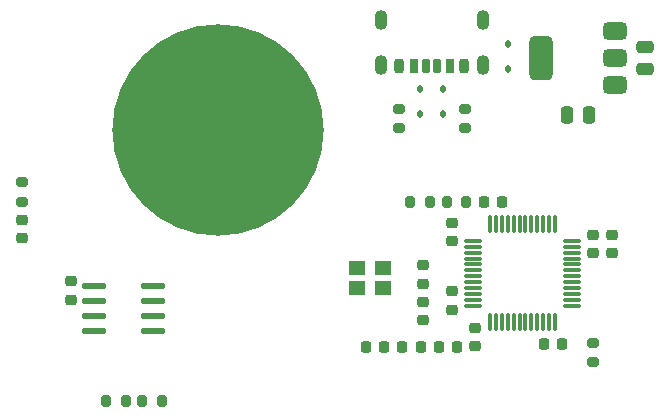
<source format=gbr>
%TF.GenerationSoftware,KiCad,Pcbnew,8.0.3*%
%TF.CreationDate,2024-06-07T01:40:52+12:00*%
%TF.ProjectId,microcontroller,6d696372-6f63-46f6-9e74-726f6c6c6572,0.1.2*%
%TF.SameCoordinates,Original*%
%TF.FileFunction,Paste,Top*%
%TF.FilePolarity,Positive*%
%FSLAX46Y46*%
G04 Gerber Fmt 4.6, Leading zero omitted, Abs format (unit mm)*
G04 Created by KiCad (PCBNEW 8.0.3) date 2024-06-07 01:40:52*
%MOMM*%
%LPD*%
G01*
G04 APERTURE LIST*
G04 Aperture macros list*
%AMRoundRect*
0 Rectangle with rounded corners*
0 $1 Rounding radius*
0 $2 $3 $4 $5 $6 $7 $8 $9 X,Y pos of 4 corners*
0 Add a 4 corners polygon primitive as box body*
4,1,4,$2,$3,$4,$5,$6,$7,$8,$9,$2,$3,0*
0 Add four circle primitives for the rounded corners*
1,1,$1+$1,$2,$3*
1,1,$1+$1,$4,$5*
1,1,$1+$1,$6,$7*
1,1,$1+$1,$8,$9*
0 Add four rect primitives between the rounded corners*
20,1,$1+$1,$2,$3,$4,$5,0*
20,1,$1+$1,$4,$5,$6,$7,0*
20,1,$1+$1,$6,$7,$8,$9,0*
20,1,$1+$1,$8,$9,$2,$3,0*%
G04 Aperture macros list end*
%ADD10RoundRect,0.250000X-0.475000X0.250000X-0.475000X-0.250000X0.475000X-0.250000X0.475000X0.250000X0*%
%ADD11RoundRect,0.079500X-0.910500X-0.185500X0.910500X-0.185500X0.910500X0.185500X-0.910500X0.185500X0*%
%ADD12RoundRect,0.175000X0.175000X0.425000X-0.175000X0.425000X-0.175000X-0.425000X0.175000X-0.425000X0*%
%ADD13RoundRect,0.190000X-0.190000X-0.410000X0.190000X-0.410000X0.190000X0.410000X-0.190000X0.410000X0*%
%ADD14RoundRect,0.200000X-0.200000X-0.400000X0.200000X-0.400000X0.200000X0.400000X-0.200000X0.400000X0*%
%ADD15RoundRect,0.175000X-0.175000X-0.425000X0.175000X-0.425000X0.175000X0.425000X-0.175000X0.425000X0*%
%ADD16RoundRect,0.190000X0.190000X0.410000X-0.190000X0.410000X-0.190000X-0.410000X0.190000X-0.410000X0*%
%ADD17RoundRect,0.200000X0.200000X0.400000X-0.200000X0.400000X-0.200000X-0.400000X0.200000X-0.400000X0*%
%ADD18O,1.100000X1.700000*%
%ADD19RoundRect,0.225000X0.250000X-0.225000X0.250000X0.225000X-0.250000X0.225000X-0.250000X-0.225000X0*%
%ADD20RoundRect,0.200000X0.200000X0.275000X-0.200000X0.275000X-0.200000X-0.275000X0.200000X-0.275000X0*%
%ADD21RoundRect,0.112500X-0.112500X0.187500X-0.112500X-0.187500X0.112500X-0.187500X0.112500X0.187500X0*%
%ADD22RoundRect,0.218750X-0.256250X0.218750X-0.256250X-0.218750X0.256250X-0.218750X0.256250X0.218750X0*%
%ADD23RoundRect,0.250000X-0.250000X-0.475000X0.250000X-0.475000X0.250000X0.475000X-0.250000X0.475000X0*%
%ADD24RoundRect,0.200000X-0.200000X-0.275000X0.200000X-0.275000X0.200000X0.275000X-0.200000X0.275000X0*%
%ADD25RoundRect,0.225000X-0.250000X0.225000X-0.250000X-0.225000X0.250000X-0.225000X0.250000X0.225000X0*%
%ADD26RoundRect,0.200000X0.275000X-0.200000X0.275000X0.200000X-0.275000X0.200000X-0.275000X-0.200000X0*%
%ADD27C,17.900000*%
%ADD28RoundRect,0.218750X0.218750X0.256250X-0.218750X0.256250X-0.218750X-0.256250X0.218750X-0.256250X0*%
%ADD29RoundRect,0.225000X-0.225000X-0.250000X0.225000X-0.250000X0.225000X0.250000X-0.225000X0.250000X0*%
%ADD30RoundRect,0.375000X0.625000X0.375000X-0.625000X0.375000X-0.625000X-0.375000X0.625000X-0.375000X0*%
%ADD31RoundRect,0.500000X0.500000X1.400000X-0.500000X1.400000X-0.500000X-1.400000X0.500000X-1.400000X0*%
%ADD32RoundRect,0.225000X0.225000X0.250000X-0.225000X0.250000X-0.225000X-0.250000X0.225000X-0.250000X0*%
%ADD33RoundRect,0.075000X-0.662500X-0.075000X0.662500X-0.075000X0.662500X0.075000X-0.662500X0.075000X0*%
%ADD34RoundRect,0.075000X-0.075000X-0.662500X0.075000X-0.662500X0.075000X0.662500X-0.075000X0.662500X0*%
%ADD35R,1.400000X1.200000*%
G04 APERTURE END LIST*
D10*
%TO.C,C10*%
X172700000Y-69912000D03*
X172700000Y-71812000D03*
%TD*%
D11*
%TO.C,U1*%
X126059000Y-90170000D03*
X126059000Y-91440000D03*
X126059000Y-92710000D03*
X126059000Y-93980000D03*
X130989000Y-90170000D03*
X130989000Y-91440000D03*
X130989000Y-92710000D03*
X130989000Y-93980000D03*
%TD*%
D12*
%TO.C,J4*%
X155100000Y-71520000D03*
D13*
X153080000Y-71520000D03*
D14*
X151850000Y-71520000D03*
D15*
X154100000Y-71520000D03*
D16*
X156120000Y-71520000D03*
D17*
X157350000Y-71520000D03*
D18*
X158920000Y-71440000D03*
X158920000Y-67640000D03*
X150280000Y-71440000D03*
X150280000Y-67640000D03*
%TD*%
D19*
%TO.C,C13*%
X153900000Y-89975000D03*
X153900000Y-88425000D03*
%TD*%
D20*
%TO.C,R4*%
X157525000Y-83100000D03*
X155875000Y-83100000D03*
%TD*%
D21*
%TO.C,D2*%
X161036000Y-69689000D03*
X161036000Y-71789000D03*
%TD*%
D22*
%TO.C,D1*%
X119888000Y-84556500D03*
X119888000Y-86131500D03*
%TD*%
D23*
%TO.C,C11*%
X166035000Y-75688000D03*
X167935000Y-75688000D03*
%TD*%
D24*
%TO.C,R8*%
X130112000Y-99949000D03*
X131762000Y-99949000D03*
%TD*%
D25*
%TO.C,C6*%
X168300000Y-85825000D03*
X168300000Y-87375000D03*
%TD*%
D26*
%TO.C,R5*%
X151806000Y-76837000D03*
X151806000Y-75187000D03*
%TD*%
D27*
%TO.C,BT1*%
X136500000Y-77000000D03*
%TD*%
D25*
%TO.C,C7*%
X156300000Y-90625000D03*
X156300000Y-92175000D03*
%TD*%
%TO.C,C2*%
X169900000Y-85825000D03*
X169900000Y-87375000D03*
%TD*%
D19*
%TO.C,C1*%
X124079000Y-91326000D03*
X124079000Y-89776000D03*
%TD*%
D21*
%TO.C,D3*%
X155596400Y-73499000D03*
X155596400Y-75599000D03*
%TD*%
D28*
%TO.C,FB1*%
X153687500Y-95300000D03*
X152112500Y-95300000D03*
%TD*%
D21*
%TO.C,D4*%
X153596400Y-73499000D03*
X153596400Y-75599000D03*
%TD*%
D19*
%TO.C,C5*%
X156300000Y-86375000D03*
X156300000Y-84825000D03*
%TD*%
D29*
%TO.C,C8*%
X155225000Y-95300000D03*
X156775000Y-95300000D03*
%TD*%
D20*
%TO.C,R9*%
X128714000Y-99949000D03*
X127064000Y-99949000D03*
%TD*%
D30*
%TO.C,U2*%
X170135000Y-73162000D03*
X170135000Y-70862000D03*
D31*
X163835000Y-70862000D03*
D30*
X170135000Y-68562000D03*
%TD*%
D32*
%TO.C,C3*%
X165675000Y-95100000D03*
X164125000Y-95100000D03*
%TD*%
D24*
%TO.C,R7*%
X152800000Y-83100000D03*
X154450000Y-83100000D03*
%TD*%
D29*
%TO.C,C4*%
X159025000Y-83100000D03*
X160575000Y-83100000D03*
%TD*%
D33*
%TO.C,U3*%
X158137500Y-86350000D03*
X158137500Y-86850000D03*
X158137500Y-87350000D03*
X158137500Y-87850000D03*
X158137500Y-88350000D03*
X158137500Y-88850000D03*
X158137500Y-89350000D03*
X158137500Y-89850000D03*
X158137500Y-90350000D03*
X158137500Y-90850000D03*
X158137500Y-91350000D03*
X158137500Y-91850000D03*
D34*
X159550000Y-93262500D03*
X160050000Y-93262500D03*
X160550000Y-93262500D03*
X161050000Y-93262500D03*
X161550000Y-93262500D03*
X162050000Y-93262500D03*
X162550000Y-93262500D03*
X163050000Y-93262500D03*
X163550000Y-93262500D03*
X164050000Y-93262500D03*
X164550000Y-93262500D03*
X165050000Y-93262500D03*
D33*
X166462500Y-91850000D03*
X166462500Y-91350000D03*
X166462500Y-90850000D03*
X166462500Y-90350000D03*
X166462500Y-89850000D03*
X166462500Y-89350000D03*
X166462500Y-88850000D03*
X166462500Y-88350000D03*
X166462500Y-87850000D03*
X166462500Y-87350000D03*
X166462500Y-86850000D03*
X166462500Y-86350000D03*
D34*
X165050000Y-84937500D03*
X164550000Y-84937500D03*
X164050000Y-84937500D03*
X163550000Y-84937500D03*
X163050000Y-84937500D03*
X162550000Y-84937500D03*
X162050000Y-84937500D03*
X161550000Y-84937500D03*
X161050000Y-84937500D03*
X160550000Y-84937500D03*
X160050000Y-84937500D03*
X159550000Y-84937500D03*
%TD*%
D26*
%TO.C,R1*%
X168240000Y-96620000D03*
X168240000Y-94970000D03*
%TD*%
%TO.C,R3*%
X119888000Y-83057000D03*
X119888000Y-81407000D03*
%TD*%
D32*
%TO.C,C9*%
X150575000Y-95300000D03*
X149025000Y-95300000D03*
%TD*%
D25*
%TO.C,C12*%
X158300000Y-93725000D03*
X158300000Y-95275000D03*
%TD*%
%TO.C,C14*%
X153900000Y-91525000D03*
X153900000Y-93075000D03*
%TD*%
D35*
%TO.C,Y1*%
X150500000Y-88650000D03*
X148300000Y-88650000D03*
X148300000Y-90350000D03*
X150500000Y-90350000D03*
%TD*%
D26*
%TO.C,R6*%
X157394000Y-76837000D03*
X157394000Y-75187000D03*
%TD*%
M02*

</source>
